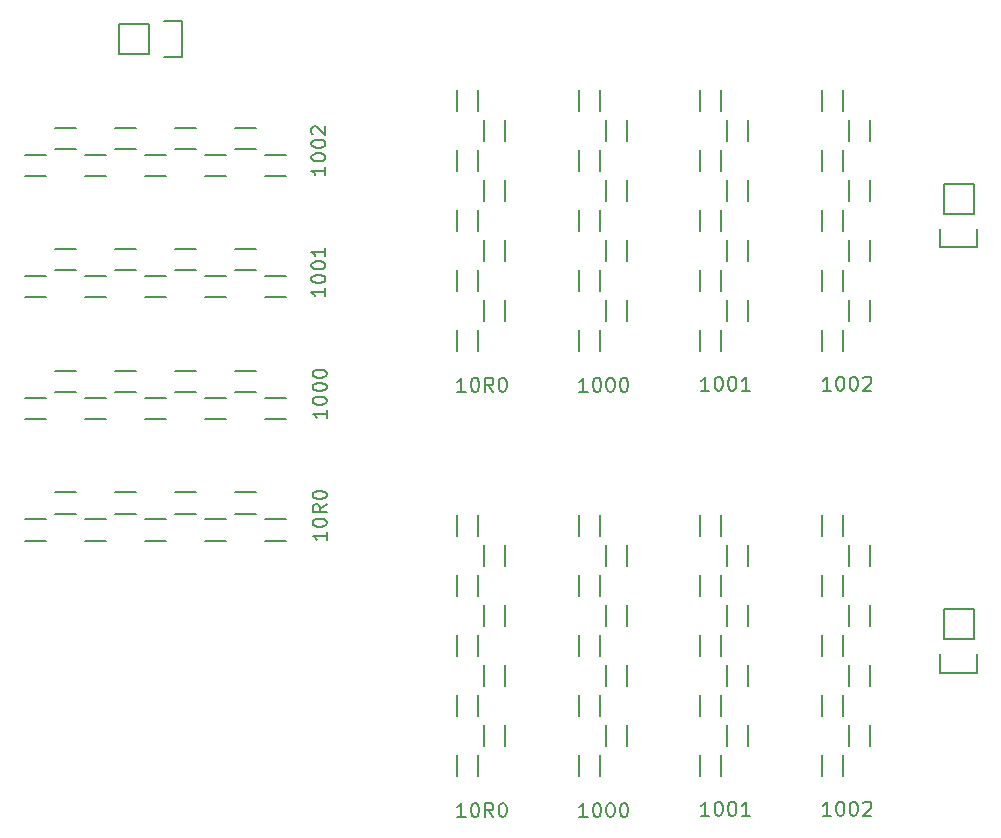
<source format=gto>
%MOIN*%
%OFA0B0*%
%FSLAX46Y46*%
%IPPOS*%
%LPD*%
%ADD10C,0.005905511811023622*%
%ADD11R,0.062992125984251982X0.03937007874015748*%
%ADD12O,0.07874015748031496X0.07874015748031496*%
%ADD13R,0.07874015748031496X0.07874015748031496*%
%ADD14R,0.08X0.08*%
%ADD15O,0.08X0.08*%
%ADD26C,0.005905511811023622*%
%ADD27R,0.062992125984251982X0.03937007874015748*%
%ADD28O,0.07874015748031496X0.07874015748031496*%
%ADD29R,0.07874015748031496X0.07874015748031496*%
%ADD30R,0.08X0.08*%
%ADD31O,0.08X0.08*%
%ADD42C,0.005905511811023622*%
%ADD43R,0.03937007874015748X0.062992125984251982*%
%ADD44O,0.07874015748031496X0.07874015748031496*%
%ADD45R,0.07874015748031496X0.07874015748031496*%
%ADD46R,0.08X0.08*%
%ADD47O,0.08X0.08*%
%LPD*%
G01G01*
D10*
X0003459786Y0001295556D02*
X0003432789Y0001295556D01*
X0003446287Y0001295556D02*
X0003446287Y0001342800D01*
X0003441788Y0001336051D01*
X0003437289Y0001331552D01*
X0003432789Y0001329302D01*
X0003489032Y0001342800D02*
X0003493532Y0001342800D01*
X0003498031Y0001340551D01*
X0003500281Y0001338301D01*
X0003502530Y0001333802D01*
X0003504780Y0001324803D01*
X0003504780Y0001313554D01*
X0003502530Y0001304555D01*
X0003500281Y0001300056D01*
X0003498031Y0001297806D01*
X0003493532Y0001295556D01*
X0003489032Y0001295556D01*
X0003484533Y0001297806D01*
X0003482283Y0001300056D01*
X0003480033Y0001304555D01*
X0003477784Y0001313554D01*
X0003477784Y0001324803D01*
X0003480033Y0001333802D01*
X0003482283Y0001338301D01*
X0003484533Y0001340551D01*
X0003489032Y0001342800D01*
X0003534026Y0001342800D02*
X0003538526Y0001342800D01*
X0003543025Y0001340551D01*
X0003545275Y0001338301D01*
X0003547525Y0001333802D01*
X0003549775Y0001324803D01*
X0003549775Y0001313554D01*
X0003547525Y0001304555D01*
X0003545275Y0001300056D01*
X0003543025Y0001297806D01*
X0003538526Y0001295556D01*
X0003534026Y0001295556D01*
X0003529527Y0001297806D01*
X0003527277Y0001300056D01*
X0003525028Y0001304555D01*
X0003522778Y0001313554D01*
X0003522778Y0001324803D01*
X0003525028Y0001333802D01*
X0003527277Y0001338301D01*
X0003529527Y0001340551D01*
X0003534026Y0001342800D01*
X0003567772Y0001338301D02*
X0003570022Y0001340551D01*
X0003574521Y0001342800D01*
X0003585770Y0001342800D01*
X0003590269Y0001340551D01*
X0003592519Y0001338301D01*
X0003594769Y0001333802D01*
X0003594769Y0001329302D01*
X0003592519Y0001322553D01*
X0003565523Y0001295556D01*
X0003594769Y0001295556D01*
X0003054274Y0001295556D02*
X0003027277Y0001295556D01*
X0003040776Y0001295556D02*
X0003040776Y0001342800D01*
X0003036276Y0001336051D01*
X0003031777Y0001331552D01*
X0003027277Y0001329302D01*
X0003083520Y0001342800D02*
X0003088020Y0001342800D01*
X0003092519Y0001340551D01*
X0003094769Y0001338301D01*
X0003097019Y0001333802D01*
X0003099268Y0001324803D01*
X0003099268Y0001313554D01*
X0003097019Y0001304555D01*
X0003094769Y0001300056D01*
X0003092519Y0001297806D01*
X0003088020Y0001295556D01*
X0003083520Y0001295556D01*
X0003079021Y0001297806D01*
X0003076771Y0001300056D01*
X0003074521Y0001304555D01*
X0003072272Y0001313554D01*
X0003072272Y0001324803D01*
X0003074521Y0001333802D01*
X0003076771Y0001338301D01*
X0003079021Y0001340551D01*
X0003083520Y0001342800D01*
X0003128515Y0001342800D02*
X0003133014Y0001342800D01*
X0003137514Y0001340551D01*
X0003139763Y0001338301D01*
X0003142013Y0001333802D01*
X0003144263Y0001324803D01*
X0003144263Y0001313554D01*
X0003142013Y0001304555D01*
X0003139763Y0001300056D01*
X0003137514Y0001297806D01*
X0003133014Y0001295556D01*
X0003128515Y0001295556D01*
X0003124015Y0001297806D01*
X0003121766Y0001300056D01*
X0003119516Y0001304555D01*
X0003117266Y0001313554D01*
X0003117266Y0001324803D01*
X0003119516Y0001333802D01*
X0003121766Y0001338301D01*
X0003124015Y0001340551D01*
X0003128515Y0001342800D01*
X0003189257Y0001295556D02*
X0003162260Y0001295556D01*
X0003175759Y0001295556D02*
X0003175759Y0001342800D01*
X0003171259Y0001336051D01*
X0003166760Y0001331552D01*
X0003162260Y0001329302D01*
X0002648762Y0001291619D02*
X0002621765Y0001291619D01*
X0002635264Y0001291619D02*
X0002635264Y0001338863D01*
X0002630764Y0001332114D01*
X0002626265Y0001327615D01*
X0002621765Y0001325365D01*
X0002678008Y0001338863D02*
X0002682508Y0001338863D01*
X0002687007Y0001336614D01*
X0002689257Y0001334364D01*
X0002691507Y0001329865D01*
X0002693756Y0001320866D01*
X0002693756Y0001309617D01*
X0002691507Y0001300618D01*
X0002689257Y0001296119D01*
X0002687007Y0001293869D01*
X0002682508Y0001291619D01*
X0002678008Y0001291619D01*
X0002673509Y0001293869D01*
X0002671259Y0001296119D01*
X0002669010Y0001300618D01*
X0002666760Y0001309617D01*
X0002666760Y0001320866D01*
X0002669010Y0001329865D01*
X0002671259Y0001334364D01*
X0002673509Y0001336614D01*
X0002678008Y0001338863D01*
X0002723003Y0001338863D02*
X0002727502Y0001338863D01*
X0002732002Y0001336614D01*
X0002734251Y0001334364D01*
X0002736501Y0001329865D01*
X0002738751Y0001320866D01*
X0002738751Y0001309617D01*
X0002736501Y0001300618D01*
X0002734251Y0001296119D01*
X0002732002Y0001293869D01*
X0002727502Y0001291619D01*
X0002723003Y0001291619D01*
X0002718503Y0001293869D01*
X0002716254Y0001296119D01*
X0002714004Y0001300618D01*
X0002711754Y0001309617D01*
X0002711754Y0001320866D01*
X0002714004Y0001329865D01*
X0002716254Y0001334364D01*
X0002718503Y0001336614D01*
X0002723003Y0001338863D01*
X0002767997Y0001338863D02*
X0002772497Y0001338863D01*
X0002776996Y0001336614D01*
X0002779246Y0001334364D01*
X0002781496Y0001329865D01*
X0002783745Y0001320866D01*
X0002783745Y0001309617D01*
X0002781496Y0001300618D01*
X0002779246Y0001296119D01*
X0002776996Y0001293869D01*
X0002772497Y0001291619D01*
X0002767997Y0001291619D01*
X0002763498Y0001293869D01*
X0002761248Y0001296119D01*
X0002758998Y0001300618D01*
X0002756749Y0001309617D01*
X0002756749Y0001320866D01*
X0002758998Y0001329865D01*
X0002761248Y0001334364D01*
X0002763498Y0001336614D01*
X0002767997Y0001338863D01*
X0002242125Y0001291619D02*
X0002215129Y0001291619D01*
X0002228627Y0001291619D02*
X0002228627Y0001338863D01*
X0002224128Y0001332114D01*
X0002219628Y0001327615D01*
X0002215129Y0001325365D01*
X0002271372Y0001338863D02*
X0002275871Y0001338863D01*
X0002280371Y0001336614D01*
X0002282620Y0001334364D01*
X0002284870Y0001329865D01*
X0002287120Y0001320866D01*
X0002287120Y0001309617D01*
X0002284870Y0001300618D01*
X0002282620Y0001296119D01*
X0002280371Y0001293869D01*
X0002275871Y0001291619D01*
X0002271372Y0001291619D01*
X0002266872Y0001293869D01*
X0002264623Y0001296119D01*
X0002262373Y0001300618D01*
X0002260123Y0001309617D01*
X0002260123Y0001320866D01*
X0002262373Y0001329865D01*
X0002264623Y0001334364D01*
X0002266872Y0001336614D01*
X0002271372Y0001338863D01*
X0002334364Y0001291619D02*
X0002318616Y0001314117D01*
X0002307367Y0001291619D02*
X0002307367Y0001338863D01*
X0002325365Y0001338863D01*
X0002329865Y0001336614D01*
X0002332114Y0001334364D01*
X0002334364Y0001329865D01*
X0002334364Y0001323115D01*
X0002332114Y0001318616D01*
X0002329865Y0001316366D01*
X0002325365Y0001314117D01*
X0002307367Y0001314117D01*
X0002363610Y0001338863D02*
X0002368110Y0001338863D01*
X0002372609Y0001336614D01*
X0002374859Y0001334364D01*
X0002377109Y0001329865D01*
X0002379358Y0001320866D01*
X0002379358Y0001309617D01*
X0002377109Y0001300618D01*
X0002374859Y0001296119D01*
X0002372609Y0001293869D01*
X0002368110Y0001291619D01*
X0002363610Y0001291619D01*
X0002359111Y0001293869D01*
X0002356861Y0001296119D01*
X0002354611Y0001300618D01*
X0002352362Y0001309617D01*
X0002352362Y0001320866D01*
X0002354611Y0001329865D01*
X0002356861Y0001334364D01*
X0002359111Y0001336614D01*
X0002363610Y0001338863D01*
X0002618737Y0002027217D02*
X0002618737Y0002098083D01*
X0002689604Y0002027217D02*
X0002689604Y0002098083D01*
X0002284289Y0001427217D02*
X0002284289Y0001498083D01*
X0002213422Y0001427217D02*
X0002213422Y0001498083D01*
X0003519367Y0001727217D02*
X0003519367Y0001798083D01*
X0003590234Y0001727217D02*
X0003590234Y0001798083D01*
X0003500234Y0001627217D02*
X0003500234Y0001698083D01*
X0003429367Y0001627217D02*
X0003429367Y0001698083D01*
X0003590234Y0001527217D02*
X0003590234Y0001598083D01*
X0003519367Y0001527217D02*
X0003519367Y0001598083D01*
X0003429367Y0001427217D02*
X0003429367Y0001498083D01*
X0003500234Y0001427217D02*
X0003500234Y0001498083D01*
X0003519367Y0002127217D02*
X0003519367Y0002198083D01*
X0003590234Y0002127217D02*
X0003590234Y0002198083D01*
X0003500234Y0002027217D02*
X0003500234Y0002098083D01*
X0003429367Y0002027217D02*
X0003429367Y0002098083D01*
X0003590234Y0001927217D02*
X0003590234Y0001998083D01*
X0003519367Y0001927217D02*
X0003519367Y0001998083D01*
X0003429367Y0001827217D02*
X0003429367Y0001898083D01*
X0003500234Y0001827217D02*
X0003500234Y0001898083D01*
X0003429367Y0002227217D02*
X0003429367Y0002298083D01*
X0003500234Y0002227217D02*
X0003500234Y0002298083D01*
X0003184919Y0001727217D02*
X0003184919Y0001798083D01*
X0003114052Y0001727217D02*
X0003114052Y0001798083D01*
X0003024052Y0001627217D02*
X0003024052Y0001698083D01*
X0003094919Y0001627217D02*
X0003094919Y0001698083D01*
X0003114052Y0001527217D02*
X0003114052Y0001598083D01*
X0003184919Y0001527217D02*
X0003184919Y0001598083D01*
X0003094919Y0001427217D02*
X0003094919Y0001498083D01*
X0003024052Y0001427217D02*
X0003024052Y0001498083D01*
X0003184919Y0002127217D02*
X0003184919Y0002198083D01*
X0003114052Y0002127217D02*
X0003114052Y0002198083D01*
X0003024052Y0002027217D02*
X0003024052Y0002098083D01*
X0003094919Y0002027217D02*
X0003094919Y0002098083D01*
X0003114052Y0001927217D02*
X0003114052Y0001998083D01*
X0003184919Y0001927217D02*
X0003184919Y0001998083D01*
X0003094919Y0001827217D02*
X0003094919Y0001898083D01*
X0003024052Y0001827217D02*
X0003024052Y0001898083D01*
X0003094919Y0002227217D02*
X0003094919Y0002298083D01*
X0003024052Y0002227217D02*
X0003024052Y0002298083D01*
X0002779604Y0001727217D02*
X0002779604Y0001798083D01*
X0002708737Y0001727217D02*
X0002708737Y0001798083D01*
X0002618737Y0001627217D02*
X0002618737Y0001698083D01*
X0002689604Y0001627217D02*
X0002689604Y0001698083D01*
X0002708737Y0001527217D02*
X0002708737Y0001598083D01*
X0002779604Y0001527217D02*
X0002779604Y0001598083D01*
X0002689604Y0001427217D02*
X0002689604Y0001498083D01*
X0002618737Y0001427217D02*
X0002618737Y0001498083D01*
X0002779604Y0002127217D02*
X0002779604Y0002198083D01*
X0002708737Y0002127217D02*
X0002708737Y0002198083D01*
X0002708737Y0001927217D02*
X0002708737Y0001998083D01*
X0002779604Y0001927217D02*
X0002779604Y0001998083D01*
X0002689604Y0001827217D02*
X0002689604Y0001898083D01*
X0002618737Y0001827217D02*
X0002618737Y0001898083D01*
X0002689604Y0002227217D02*
X0002689604Y0002298083D01*
X0002618737Y0002227217D02*
X0002618737Y0002298083D01*
X0002374289Y0002127217D02*
X0002374289Y0002198083D01*
X0002303422Y0002127217D02*
X0002303422Y0002198083D01*
X0002303422Y0001927217D02*
X0002303422Y0001998083D01*
X0002374289Y0001927217D02*
X0002374289Y0001998083D01*
X0002374289Y0001727217D02*
X0002374289Y0001798083D01*
X0002303422Y0001727217D02*
X0002303422Y0001798083D01*
X0002303422Y0001527217D02*
X0002303422Y0001598083D01*
X0002374289Y0001527217D02*
X0002374289Y0001598083D01*
X0002284289Y0002227217D02*
X0002284289Y0002298083D01*
X0002213422Y0002227217D02*
X0002213422Y0002298083D01*
X0002213422Y0002027217D02*
X0002213422Y0002098083D01*
X0002284289Y0002027217D02*
X0002284289Y0002098083D01*
X0002284289Y0001827217D02*
X0002284289Y0001898083D01*
X0002213422Y0001827217D02*
X0002213422Y0001898083D01*
X0002213422Y0001627217D02*
X0002213422Y0001698083D01*
X0002284289Y0001627217D02*
X0002284289Y0001698083D01*
X0003935433Y0001984645D02*
X0003835433Y0001984645D01*
X0003935433Y0001884645D02*
X0003935433Y0001984645D01*
X0003946456Y0001773622D02*
X0003824409Y0001773622D01*
X0003946456Y0001834645D02*
X0003946456Y0001773622D01*
X0003835433Y0001884645D02*
X0003935433Y0001884645D01*
X0003824409Y0001773622D02*
X0003824409Y0001834645D01*
X0003835433Y0001884645D02*
X0003835433Y0001984645D01*
%LPC*%
D11*
X0002654171Y0002129579D03*
X0002654171Y0001995721D03*
X0002248856Y0001395721D03*
X0002248856Y0001529579D03*
D12*
X0003268856Y0001411705D03*
X0003368856Y0001411705D03*
X0003268856Y0001511705D03*
X0003368856Y0001511705D03*
X0003268856Y0001611705D03*
X0003368856Y0001611705D03*
X0003268856Y0001711705D03*
X0003368856Y0001711705D03*
X0003268856Y0001811705D03*
X0003368856Y0001811705D03*
X0003268856Y0001911705D03*
X0003368856Y0001911705D03*
X0003268856Y0002011705D03*
X0003368856Y0002011705D03*
X0003268856Y0002111705D03*
X0003368856Y0002111705D03*
X0003268856Y0002211705D03*
X0003368856Y0002211705D03*
X0003268856Y0002311705D03*
D13*
X0003368856Y0002311705D03*
D11*
X0003554800Y0001829579D03*
X0003554800Y0001695721D03*
X0003464800Y0001595721D03*
X0003464800Y0001729579D03*
X0003554800Y0001495721D03*
X0003554800Y0001629579D03*
X0003464800Y0001529579D03*
X0003464800Y0001395721D03*
X0003554800Y0002229579D03*
X0003554800Y0002095721D03*
X0003464800Y0001995721D03*
X0003464800Y0002129579D03*
X0003554800Y0001895721D03*
X0003554800Y0002029579D03*
X0003464800Y0001929579D03*
X0003464800Y0001795721D03*
X0003464800Y0002329579D03*
X0003464800Y0002195721D03*
D13*
X0002963541Y0002311705D03*
D12*
X0002863541Y0002311705D03*
X0002963541Y0002211705D03*
X0002863541Y0002211705D03*
X0002963541Y0002111705D03*
X0002863541Y0002111705D03*
X0002963541Y0002011705D03*
X0002863541Y0002011705D03*
X0002963541Y0001911705D03*
X0002863541Y0001911705D03*
X0002963541Y0001811705D03*
X0002863541Y0001811705D03*
X0002963541Y0001711705D03*
X0002863541Y0001711705D03*
X0002963541Y0001611705D03*
X0002863541Y0001611705D03*
X0002963541Y0001511705D03*
X0002863541Y0001511705D03*
X0002963541Y0001411705D03*
X0002863541Y0001411705D03*
D11*
X0003149485Y0001695721D03*
X0003149485Y0001829579D03*
X0003059485Y0001729579D03*
X0003059485Y0001595721D03*
X0003149485Y0001629579D03*
X0003149485Y0001495721D03*
X0003059485Y0001395721D03*
X0003059485Y0001529579D03*
X0003149485Y0002095721D03*
X0003149485Y0002229579D03*
X0003059485Y0002129579D03*
X0003059485Y0001995721D03*
X0003149485Y0002029579D03*
X0003149485Y0001895721D03*
X0003059485Y0001795721D03*
X0003059485Y0001929579D03*
X0003059485Y0002195721D03*
X0003059485Y0002329579D03*
D13*
X0002558226Y0002311705D03*
D12*
X0002458226Y0002311705D03*
X0002558226Y0002211705D03*
X0002458226Y0002211705D03*
X0002558226Y0002111705D03*
X0002458226Y0002111705D03*
X0002558226Y0002011705D03*
X0002458226Y0002011705D03*
X0002558226Y0001911705D03*
X0002458226Y0001911705D03*
X0002558226Y0001811705D03*
X0002458226Y0001811705D03*
X0002558226Y0001711705D03*
X0002458226Y0001711705D03*
X0002558226Y0001611705D03*
X0002458226Y0001611705D03*
X0002558226Y0001511705D03*
X0002458226Y0001511705D03*
X0002558226Y0001411705D03*
X0002458226Y0001411705D03*
D11*
X0002744171Y0001695721D03*
X0002744171Y0001829579D03*
X0002654171Y0001729579D03*
X0002654171Y0001595721D03*
X0002744171Y0001629579D03*
X0002744171Y0001495721D03*
X0002654171Y0001395721D03*
X0002654171Y0001529579D03*
X0002744171Y0002095721D03*
X0002744171Y0002229579D03*
X0002744171Y0002029579D03*
X0002744171Y0001895721D03*
X0002654171Y0001795721D03*
X0002654171Y0001929579D03*
X0002654171Y0002195721D03*
X0002654171Y0002329579D03*
X0002338856Y0002095721D03*
X0002338856Y0002229579D03*
X0002338856Y0002029579D03*
X0002338856Y0001895721D03*
X0002338856Y0001695721D03*
X0002338856Y0001829579D03*
X0002338856Y0001629579D03*
X0002338856Y0001495721D03*
X0002248856Y0002195721D03*
X0002248856Y0002329579D03*
X0002248856Y0002129579D03*
X0002248856Y0001995721D03*
X0002248856Y0001795721D03*
X0002248856Y0001929579D03*
X0002248856Y0001729579D03*
X0002248856Y0001595721D03*
D13*
X0002152911Y0002311705D03*
D12*
X0002052911Y0002311705D03*
X0002152911Y0002211705D03*
X0002052911Y0002211705D03*
X0002152911Y0002111705D03*
X0002052911Y0002111705D03*
X0002152911Y0002011705D03*
X0002052911Y0002011705D03*
X0002152911Y0001911705D03*
X0002052911Y0001911705D03*
X0002152911Y0001811705D03*
X0002052911Y0001811705D03*
X0002152911Y0001711705D03*
X0002052911Y0001711705D03*
X0002152911Y0001611705D03*
X0002052911Y0001611705D03*
X0002152911Y0001511705D03*
X0002052911Y0001511705D03*
X0002152911Y0001411705D03*
X0002052911Y0001411705D03*
D14*
X0003641732Y0001835039D03*
D15*
X0003641732Y0001935039D03*
X0003770866Y0001934645D03*
D14*
X0003770866Y0001834645D03*
X0003885433Y0001834645D03*
D15*
X0003885433Y0001934645D03*
G04 next file*
%LPD*%
G01G01G01G01*
D26*
X0003459786Y0002712879D02*
X0003432789Y0002712879D01*
X0003446286Y0002712879D02*
X0003446286Y0002760123D01*
X0003441787Y0002753374D01*
X0003437289Y0002748875D01*
X0003432789Y0002746625D01*
X0003489032Y0002760123D02*
X0003493532Y0002760123D01*
X0003498031Y0002757874D01*
X0003500281Y0002755624D01*
X0003502530Y0002751124D01*
X0003504779Y0002742126D01*
X0003504779Y0002730877D01*
X0003502530Y0002721878D01*
X0003500281Y0002717379D01*
X0003498031Y0002715129D01*
X0003493532Y0002712879D01*
X0003489032Y0002712879D01*
X0003484532Y0002715129D01*
X0003482283Y0002717379D01*
X0003480033Y0002721878D01*
X0003477784Y0002730877D01*
X0003477784Y0002742126D01*
X0003480033Y0002751124D01*
X0003482283Y0002755624D01*
X0003484532Y0002757874D01*
X0003489032Y0002760123D01*
X0003534026Y0002760123D02*
X0003538526Y0002760123D01*
X0003543025Y0002757874D01*
X0003545274Y0002755624D01*
X0003547525Y0002751124D01*
X0003549775Y0002742126D01*
X0003549775Y0002730877D01*
X0003547525Y0002721878D01*
X0003545274Y0002717379D01*
X0003543025Y0002715129D01*
X0003538526Y0002712879D01*
X0003534026Y0002712879D01*
X0003529527Y0002715129D01*
X0003527277Y0002717379D01*
X0003525028Y0002721878D01*
X0003522778Y0002730877D01*
X0003522778Y0002742126D01*
X0003525028Y0002751124D01*
X0003527277Y0002755624D01*
X0003529527Y0002757874D01*
X0003534026Y0002760123D01*
X0003567772Y0002755624D02*
X0003570022Y0002757874D01*
X0003574521Y0002760123D01*
X0003585770Y0002760123D01*
X0003590269Y0002757874D01*
X0003592519Y0002755624D01*
X0003594769Y0002751124D01*
X0003594769Y0002746625D01*
X0003592519Y0002739876D01*
X0003565523Y0002712879D01*
X0003594769Y0002712879D01*
X0003054274Y0002712879D02*
X0003027277Y0002712879D01*
X0003040776Y0002712879D02*
X0003040776Y0002760123D01*
X0003036276Y0002753374D01*
X0003031777Y0002748875D01*
X0003027277Y0002746625D01*
X0003083520Y0002760123D02*
X0003088020Y0002760123D01*
X0003092519Y0002757874D01*
X0003094768Y0002755624D01*
X0003097019Y0002751124D01*
X0003099267Y0002742126D01*
X0003099267Y0002730877D01*
X0003097019Y0002721878D01*
X0003094768Y0002717379D01*
X0003092519Y0002715129D01*
X0003088020Y0002712879D01*
X0003083520Y0002712879D01*
X0003079020Y0002715129D01*
X0003076771Y0002717379D01*
X0003074521Y0002721878D01*
X0003072272Y0002730877D01*
X0003072272Y0002742126D01*
X0003074521Y0002751124D01*
X0003076771Y0002755624D01*
X0003079020Y0002757874D01*
X0003083520Y0002760123D01*
X0003128515Y0002760123D02*
X0003133014Y0002760123D01*
X0003137513Y0002757874D01*
X0003139763Y0002755624D01*
X0003142013Y0002751124D01*
X0003144263Y0002742126D01*
X0003144263Y0002730877D01*
X0003142013Y0002721878D01*
X0003139763Y0002717379D01*
X0003137513Y0002715129D01*
X0003133014Y0002712879D01*
X0003128515Y0002712879D01*
X0003124015Y0002715129D01*
X0003121765Y0002717379D01*
X0003119516Y0002721878D01*
X0003117266Y0002730877D01*
X0003117266Y0002742126D01*
X0003119516Y0002751124D01*
X0003121765Y0002755624D01*
X0003124015Y0002757874D01*
X0003128515Y0002760123D01*
X0003189257Y0002712879D02*
X0003162260Y0002712879D01*
X0003175759Y0002712879D02*
X0003175759Y0002760123D01*
X0003171259Y0002753374D01*
X0003166760Y0002748875D01*
X0003162260Y0002746625D01*
X0002648762Y0002708942D02*
X0002621765Y0002708942D01*
X0002635264Y0002708942D02*
X0002635264Y0002756186D01*
X0002630764Y0002749437D01*
X0002626265Y0002744938D01*
X0002621765Y0002742688D01*
X0002678007Y0002756186D02*
X0002682508Y0002756186D01*
X0002687007Y0002753937D01*
X0002689256Y0002751687D01*
X0002691507Y0002747187D01*
X0002693755Y0002738189D01*
X0002693755Y0002726940D01*
X0002691507Y0002717940D01*
X0002689256Y0002713442D01*
X0002687007Y0002711192D01*
X0002682508Y0002708942D01*
X0002678007Y0002708942D01*
X0002673508Y0002711192D01*
X0002671259Y0002713442D01*
X0002669010Y0002717940D01*
X0002666760Y0002726940D01*
X0002666760Y0002738189D01*
X0002669010Y0002747187D01*
X0002671259Y0002751687D01*
X0002673508Y0002753937D01*
X0002678007Y0002756186D01*
X0002723003Y0002756186D02*
X0002727502Y0002756186D01*
X0002732001Y0002753937D01*
X0002734251Y0002751687D01*
X0002736501Y0002747187D01*
X0002738751Y0002738189D01*
X0002738751Y0002726940D01*
X0002736501Y0002717940D01*
X0002734251Y0002713442D01*
X0002732001Y0002711192D01*
X0002727502Y0002708942D01*
X0002723003Y0002708942D01*
X0002718503Y0002711192D01*
X0002716253Y0002713442D01*
X0002714004Y0002717940D01*
X0002711754Y0002726940D01*
X0002711754Y0002738189D01*
X0002714004Y0002747187D01*
X0002716253Y0002751687D01*
X0002718503Y0002753937D01*
X0002723003Y0002756186D01*
X0002767996Y0002756186D02*
X0002772497Y0002756186D01*
X0002776996Y0002753937D01*
X0002779246Y0002751687D01*
X0002781496Y0002747187D01*
X0002783745Y0002738189D01*
X0002783745Y0002726940D01*
X0002781496Y0002717940D01*
X0002779246Y0002713442D01*
X0002776996Y0002711192D01*
X0002772497Y0002708942D01*
X0002767996Y0002708942D01*
X0002763498Y0002711192D01*
X0002761248Y0002713442D01*
X0002758998Y0002717940D01*
X0002756749Y0002726940D01*
X0002756749Y0002738189D01*
X0002758998Y0002747187D01*
X0002761248Y0002751687D01*
X0002763498Y0002753937D01*
X0002767996Y0002756186D01*
X0002242125Y0002708942D02*
X0002215129Y0002708942D01*
X0002228627Y0002708942D02*
X0002228627Y0002756186D01*
X0002224128Y0002749437D01*
X0002219628Y0002744938D01*
X0002215129Y0002742688D01*
X0002271372Y0002756186D02*
X0002275871Y0002756186D01*
X0002280371Y0002753937D01*
X0002282620Y0002751687D01*
X0002284870Y0002747187D01*
X0002287120Y0002738189D01*
X0002287120Y0002726940D01*
X0002284870Y0002717940D01*
X0002282620Y0002713442D01*
X0002280371Y0002711192D01*
X0002275871Y0002708942D01*
X0002271372Y0002708942D01*
X0002266872Y0002711192D01*
X0002264623Y0002713442D01*
X0002262373Y0002717940D01*
X0002260123Y0002726940D01*
X0002260123Y0002738189D01*
X0002262373Y0002747187D01*
X0002264623Y0002751687D01*
X0002266872Y0002753937D01*
X0002271372Y0002756186D01*
X0002334364Y0002708942D02*
X0002318616Y0002731439D01*
X0002307367Y0002708942D02*
X0002307367Y0002756186D01*
X0002325365Y0002756186D01*
X0002329865Y0002753937D01*
X0002332114Y0002751687D01*
X0002334364Y0002747187D01*
X0002334364Y0002740438D01*
X0002332114Y0002735939D01*
X0002329865Y0002733689D01*
X0002325365Y0002731439D01*
X0002307367Y0002731439D01*
X0002363610Y0002756186D02*
X0002368110Y0002756186D01*
X0002372609Y0002753937D01*
X0002374859Y0002751687D01*
X0002377109Y0002747187D01*
X0002379358Y0002738189D01*
X0002379358Y0002726940D01*
X0002377109Y0002717940D01*
X0002374859Y0002713442D01*
X0002372609Y0002711192D01*
X0002368110Y0002708942D01*
X0002363610Y0002708942D01*
X0002359111Y0002711192D01*
X0002356861Y0002713442D01*
X0002354611Y0002717940D01*
X0002352362Y0002726940D01*
X0002352362Y0002738189D01*
X0002354611Y0002747187D01*
X0002356861Y0002751687D01*
X0002359111Y0002753937D01*
X0002363610Y0002756186D01*
X0002618737Y0003444540D02*
X0002618737Y0003515406D01*
X0002689604Y0003444540D02*
X0002689604Y0003515406D01*
X0002284289Y0002844540D02*
X0002284289Y0002915406D01*
X0002213422Y0002844540D02*
X0002213422Y0002915406D01*
X0003519367Y0003144540D02*
X0003519367Y0003215406D01*
X0003590234Y0003144540D02*
X0003590234Y0003215406D01*
X0003500234Y0003044540D02*
X0003500234Y0003115406D01*
X0003429366Y0003044540D02*
X0003429366Y0003115406D01*
X0003590234Y0002944540D02*
X0003590234Y0003015406D01*
X0003519367Y0002944540D02*
X0003519367Y0003015406D01*
X0003429366Y0002844540D02*
X0003429366Y0002915406D01*
X0003500234Y0002844540D02*
X0003500234Y0002915406D01*
X0003519367Y0003544539D02*
X0003519367Y0003615406D01*
X0003590234Y0003544539D02*
X0003590234Y0003615406D01*
X0003500234Y0003444540D02*
X0003500234Y0003515406D01*
X0003429366Y0003444540D02*
X0003429366Y0003515406D01*
X0003590234Y0003344540D02*
X0003590234Y0003415406D01*
X0003519367Y0003344540D02*
X0003519367Y0003415406D01*
X0003429366Y0003244540D02*
X0003429366Y0003315406D01*
X0003500234Y0003244540D02*
X0003500234Y0003315406D01*
X0003429366Y0003644540D02*
X0003429366Y0003715405D01*
X0003500234Y0003644540D02*
X0003500234Y0003715405D01*
X0003184919Y0003144540D02*
X0003184919Y0003215406D01*
X0003114052Y0003144540D02*
X0003114052Y0003215406D01*
X0003024052Y0003044540D02*
X0003024052Y0003115406D01*
X0003094919Y0003044540D02*
X0003094919Y0003115406D01*
X0003114052Y0002944540D02*
X0003114052Y0003015406D01*
X0003184919Y0002944540D02*
X0003184919Y0003015406D01*
X0003094919Y0002844540D02*
X0003094919Y0002915406D01*
X0003024052Y0002844540D02*
X0003024052Y0002915406D01*
X0003184919Y0003544539D02*
X0003184919Y0003615406D01*
X0003114052Y0003544539D02*
X0003114052Y0003615406D01*
X0003024052Y0003444540D02*
X0003024052Y0003515406D01*
X0003094919Y0003444540D02*
X0003094919Y0003515406D01*
X0003114052Y0003344540D02*
X0003114052Y0003415406D01*
X0003184919Y0003344540D02*
X0003184919Y0003415406D01*
X0003094919Y0003244540D02*
X0003094919Y0003315406D01*
X0003024052Y0003244540D02*
X0003024052Y0003315406D01*
X0003094919Y0003644540D02*
X0003094919Y0003715405D01*
X0003024052Y0003644540D02*
X0003024052Y0003715405D01*
X0002779603Y0003144540D02*
X0002779603Y0003215406D01*
X0002708737Y0003144540D02*
X0002708737Y0003215406D01*
X0002618737Y0003044540D02*
X0002618737Y0003115406D01*
X0002689604Y0003044540D02*
X0002689604Y0003115406D01*
X0002708737Y0002944540D02*
X0002708737Y0003015406D01*
X0002779603Y0002944540D02*
X0002779603Y0003015406D01*
X0002689604Y0002844540D02*
X0002689604Y0002915406D01*
X0002618737Y0002844540D02*
X0002618737Y0002915406D01*
X0002779603Y0003544539D02*
X0002779603Y0003615406D01*
X0002708737Y0003544539D02*
X0002708737Y0003615406D01*
X0002708737Y0003344540D02*
X0002708737Y0003415406D01*
X0002779603Y0003344540D02*
X0002779603Y0003415406D01*
X0002689604Y0003244540D02*
X0002689604Y0003315406D01*
X0002618737Y0003244540D02*
X0002618737Y0003315406D01*
X0002689604Y0003644540D02*
X0002689604Y0003715405D01*
X0002618737Y0003644540D02*
X0002618737Y0003715405D01*
X0002374289Y0003544539D02*
X0002374289Y0003615406D01*
X0002303422Y0003544539D02*
X0002303422Y0003615406D01*
X0002303422Y0003344540D02*
X0002303422Y0003415406D01*
X0002374289Y0003344540D02*
X0002374289Y0003415406D01*
X0002374289Y0003144540D02*
X0002374289Y0003215406D01*
X0002303422Y0003144540D02*
X0002303422Y0003215406D01*
X0002303422Y0002944540D02*
X0002303422Y0003015406D01*
X0002374289Y0002944540D02*
X0002374289Y0003015406D01*
X0002284289Y0003644540D02*
X0002284289Y0003715405D01*
X0002213422Y0003644540D02*
X0002213422Y0003715405D01*
X0002213422Y0003444540D02*
X0002213422Y0003515406D01*
X0002284289Y0003444540D02*
X0002284289Y0003515406D01*
X0002284289Y0003244540D02*
X0002284289Y0003315406D01*
X0002213422Y0003244540D02*
X0002213422Y0003315406D01*
X0002213422Y0003044540D02*
X0002213422Y0003115406D01*
X0002284289Y0003044540D02*
X0002284289Y0003115406D01*
X0003935433Y0003401968D02*
X0003835433Y0003401968D01*
X0003935433Y0003301968D02*
X0003935433Y0003401968D01*
X0003946456Y0003190944D02*
X0003824409Y0003190944D01*
X0003946456Y0003251968D02*
X0003946456Y0003190944D01*
X0003835433Y0003301968D02*
X0003935433Y0003301968D01*
X0003824409Y0003190944D02*
X0003824409Y0003251968D01*
X0003835433Y0003301968D02*
X0003835433Y0003401968D01*
%LPC*%
D27*
X0002654171Y0003546902D03*
X0002654171Y0003413044D03*
X0002248856Y0002813044D03*
X0002248856Y0002946901D03*
D28*
X0003268856Y0002829028D03*
X0003368856Y0002829028D03*
X0003268856Y0002929028D03*
X0003368856Y0002929028D03*
X0003268856Y0003029028D03*
X0003368856Y0003029028D03*
X0003268856Y0003129028D03*
X0003368856Y0003129028D03*
X0003268856Y0003229028D03*
X0003368856Y0003229028D03*
X0003268856Y0003329028D03*
X0003368856Y0003329028D03*
X0003268856Y0003429027D03*
X0003368856Y0003429027D03*
X0003268856Y0003529027D03*
X0003368856Y0003529027D03*
X0003268856Y0003629028D03*
X0003368856Y0003629028D03*
X0003268856Y0003729028D03*
D29*
X0003368856Y0003729028D03*
D27*
X0003554800Y0003246902D03*
X0003554800Y0003113044D03*
X0003464800Y0003013044D03*
X0003464800Y0003146902D03*
X0003554800Y0002913044D03*
X0003554800Y0003046902D03*
X0003464800Y0002946901D03*
X0003464800Y0002813044D03*
X0003554800Y0003646902D03*
X0003554800Y0003513044D03*
X0003464800Y0003413044D03*
X0003464800Y0003546902D03*
X0003554800Y0003313044D03*
X0003554800Y0003446902D03*
X0003464800Y0003346901D03*
X0003464800Y0003213044D03*
X0003464800Y0003746902D03*
X0003464800Y0003613044D03*
D29*
X0002963541Y0003729028D03*
D28*
X0002863540Y0003729028D03*
X0002963541Y0003629028D03*
X0002863540Y0003629028D03*
X0002963541Y0003529027D03*
X0002863540Y0003529027D03*
X0002963541Y0003429027D03*
X0002863540Y0003429027D03*
X0002963541Y0003329028D03*
X0002863540Y0003329028D03*
X0002963541Y0003229028D03*
X0002863540Y0003229028D03*
X0002963541Y0003129028D03*
X0002863540Y0003129028D03*
X0002963541Y0003029028D03*
X0002863540Y0003029028D03*
X0002963541Y0002929028D03*
X0002863540Y0002929028D03*
X0002963541Y0002829028D03*
X0002863540Y0002829028D03*
D27*
X0003149485Y0003113044D03*
X0003149485Y0003246902D03*
X0003059484Y0003146902D03*
X0003059484Y0003013044D03*
X0003149485Y0003046902D03*
X0003149485Y0002913044D03*
X0003059484Y0002813044D03*
X0003059484Y0002946901D03*
X0003149485Y0003513044D03*
X0003149485Y0003646902D03*
X0003059484Y0003546902D03*
X0003059484Y0003413044D03*
X0003149485Y0003446902D03*
X0003149485Y0003313044D03*
X0003059484Y0003213044D03*
X0003059484Y0003346901D03*
X0003059484Y0003613044D03*
X0003059484Y0003746902D03*
D29*
X0002558226Y0003729028D03*
D28*
X0002458226Y0003729028D03*
X0002558226Y0003629028D03*
X0002458226Y0003629028D03*
X0002558226Y0003529027D03*
X0002458226Y0003529027D03*
X0002558226Y0003429027D03*
X0002458226Y0003429027D03*
X0002558226Y0003329028D03*
X0002458226Y0003329028D03*
X0002558226Y0003229028D03*
X0002458226Y0003229028D03*
X0002558226Y0003129028D03*
X0002458226Y0003129028D03*
X0002558226Y0003029028D03*
X0002458226Y0003029028D03*
X0002558226Y0002929028D03*
X0002458226Y0002929028D03*
X0002558226Y0002829028D03*
X0002458226Y0002829028D03*
D27*
X0002744171Y0003113044D03*
X0002744171Y0003246902D03*
X0002654171Y0003146902D03*
X0002654171Y0003013044D03*
X0002744171Y0003046902D03*
X0002744171Y0002913044D03*
X0002654171Y0002813044D03*
X0002654171Y0002946901D03*
X0002744171Y0003513044D03*
X0002744171Y0003646902D03*
X0002744171Y0003446902D03*
X0002744171Y0003313044D03*
X0002654171Y0003213044D03*
X0002654171Y0003346901D03*
X0002654171Y0003613044D03*
X0002654171Y0003746902D03*
X0002338856Y0003513044D03*
X0002338856Y0003646902D03*
X0002338856Y0003446902D03*
X0002338856Y0003313044D03*
X0002338856Y0003113044D03*
X0002338856Y0003246902D03*
X0002338856Y0003046902D03*
X0002338856Y0002913044D03*
X0002248856Y0003613044D03*
X0002248856Y0003746902D03*
X0002248856Y0003546902D03*
X0002248856Y0003413044D03*
X0002248856Y0003213044D03*
X0002248856Y0003346901D03*
X0002248856Y0003146902D03*
X0002248856Y0003013044D03*
D29*
X0002152911Y0003729028D03*
D28*
X0002052911Y0003729028D03*
X0002152911Y0003629028D03*
X0002052911Y0003629028D03*
X0002152911Y0003529027D03*
X0002052911Y0003529027D03*
X0002152911Y0003429027D03*
X0002052911Y0003429027D03*
X0002152911Y0003329028D03*
X0002052911Y0003329028D03*
X0002152911Y0003229028D03*
X0002052911Y0003229028D03*
X0002152911Y0003129028D03*
X0002052911Y0003129028D03*
X0002152911Y0003029028D03*
X0002052911Y0003029028D03*
X0002152911Y0002929028D03*
X0002052911Y0002929028D03*
X0002152911Y0002829028D03*
X0002052911Y0002829028D03*
D30*
X0003641732Y0003252362D03*
D31*
X0003641732Y0003352362D03*
X0003770866Y0003351968D03*
D30*
X0003770866Y0003251968D03*
X0003885433Y0003251968D03*
D31*
X0003885433Y0003351968D03*
G04 next file*
G04 #@! TF.FileFunction,Legend,Top*
G04 Gerber Fmt 4.6, Leading zero omitted, Abs format (unit mm)*
G04 Created by KiCad (PCBNEW (2016-10-28 revision 192d4b8)-makepkg) date 11/16/16 20:27:21*
%LPD*%
G01G01G01G01*
G04 APERTURE LIST*
G04 APERTURE END LIST*
D42*
X0001775309Y0003459786D02*
X0001775309Y0003432789D01*
X0001775309Y0003446286D02*
X0001728064Y0003446286D01*
X0001734814Y0003441787D01*
X0001739313Y0003437289D01*
X0001741563Y0003432789D01*
X0001728064Y0003489032D02*
X0001728064Y0003493532D01*
X0001730314Y0003498031D01*
X0001732564Y0003500281D01*
X0001737064Y0003502530D01*
X0001746062Y0003504779D01*
X0001757311Y0003504779D01*
X0001766310Y0003502530D01*
X0001770808Y0003500281D01*
X0001773059Y0003498031D01*
X0001775309Y0003493532D01*
X0001775309Y0003489032D01*
X0001773059Y0003484532D01*
X0001770808Y0003482283D01*
X0001766310Y0003480033D01*
X0001757311Y0003477784D01*
X0001746062Y0003477784D01*
X0001737064Y0003480033D01*
X0001732564Y0003482283D01*
X0001730314Y0003484532D01*
X0001728064Y0003489032D01*
X0001728064Y0003534026D02*
X0001728064Y0003538526D01*
X0001730314Y0003543025D01*
X0001732564Y0003545274D01*
X0001737064Y0003547525D01*
X0001746062Y0003549775D01*
X0001757311Y0003549775D01*
X0001766310Y0003547525D01*
X0001770808Y0003545274D01*
X0001773059Y0003543025D01*
X0001775309Y0003538526D01*
X0001775309Y0003534026D01*
X0001773059Y0003529527D01*
X0001770808Y0003527277D01*
X0001766310Y0003525028D01*
X0001757311Y0003522778D01*
X0001746062Y0003522778D01*
X0001737064Y0003525028D01*
X0001732564Y0003527277D01*
X0001730314Y0003529527D01*
X0001728064Y0003534026D01*
X0001732564Y0003567772D02*
X0001730314Y0003570022D01*
X0001728064Y0003574521D01*
X0001728064Y0003585770D01*
X0001730314Y0003590269D01*
X0001732564Y0003592519D01*
X0001737064Y0003594769D01*
X0001741563Y0003594769D01*
X0001748312Y0003592519D01*
X0001775309Y0003565523D01*
X0001775309Y0003594769D01*
X0001775309Y0003054274D02*
X0001775309Y0003027277D01*
X0001775309Y0003040776D02*
X0001728064Y0003040776D01*
X0001734814Y0003036276D01*
X0001739313Y0003031777D01*
X0001741563Y0003027277D01*
X0001728064Y0003083520D02*
X0001728064Y0003088020D01*
X0001730314Y0003092519D01*
X0001732564Y0003094768D01*
X0001737064Y0003097019D01*
X0001746062Y0003099267D01*
X0001757311Y0003099267D01*
X0001766310Y0003097019D01*
X0001770808Y0003094768D01*
X0001773059Y0003092519D01*
X0001775309Y0003088020D01*
X0001775309Y0003083520D01*
X0001773059Y0003079020D01*
X0001770808Y0003076771D01*
X0001766310Y0003074521D01*
X0001757311Y0003072272D01*
X0001746062Y0003072272D01*
X0001737064Y0003074521D01*
X0001732564Y0003076771D01*
X0001730314Y0003079020D01*
X0001728064Y0003083520D01*
X0001728064Y0003128515D02*
X0001728064Y0003133014D01*
X0001730314Y0003137513D01*
X0001732564Y0003139763D01*
X0001737064Y0003142013D01*
X0001746062Y0003144263D01*
X0001757311Y0003144263D01*
X0001766310Y0003142013D01*
X0001770808Y0003139763D01*
X0001773059Y0003137513D01*
X0001775309Y0003133014D01*
X0001775309Y0003128515D01*
X0001773059Y0003124015D01*
X0001770808Y0003121765D01*
X0001766310Y0003119516D01*
X0001757311Y0003117266D01*
X0001746062Y0003117266D01*
X0001737064Y0003119516D01*
X0001732564Y0003121765D01*
X0001730314Y0003124015D01*
X0001728064Y0003128515D01*
X0001775309Y0003189257D02*
X0001775309Y0003162260D01*
X0001775309Y0003175759D02*
X0001728064Y0003175759D01*
X0001734814Y0003171259D01*
X0001739313Y0003166760D01*
X0001741563Y0003162260D01*
X0001779246Y0002648762D02*
X0001779246Y0002621765D01*
X0001779246Y0002635264D02*
X0001732002Y0002635264D01*
X0001738751Y0002630764D01*
X0001743250Y0002626265D01*
X0001745499Y0002621765D01*
X0001732002Y0002678007D02*
X0001732002Y0002682508D01*
X0001734250Y0002687007D01*
X0001736501Y0002689256D01*
X0001741001Y0002691507D01*
X0001749999Y0002693755D01*
X0001761248Y0002693755D01*
X0001770247Y0002691507D01*
X0001774746Y0002689256D01*
X0001776996Y0002687007D01*
X0001779246Y0002682508D01*
X0001779246Y0002678007D01*
X0001776996Y0002673508D01*
X0001774746Y0002671259D01*
X0001770247Y0002669010D01*
X0001761248Y0002666760D01*
X0001749999Y0002666760D01*
X0001741001Y0002669010D01*
X0001736501Y0002671259D01*
X0001734250Y0002673508D01*
X0001732002Y0002678007D01*
X0001732002Y0002723003D02*
X0001732002Y0002727502D01*
X0001734250Y0002732001D01*
X0001736501Y0002734251D01*
X0001741001Y0002736501D01*
X0001749999Y0002738751D01*
X0001761248Y0002738751D01*
X0001770247Y0002736501D01*
X0001774746Y0002734251D01*
X0001776996Y0002732001D01*
X0001779246Y0002727502D01*
X0001779246Y0002723003D01*
X0001776996Y0002718503D01*
X0001774746Y0002716253D01*
X0001770247Y0002714004D01*
X0001761248Y0002711754D01*
X0001749999Y0002711754D01*
X0001741001Y0002714004D01*
X0001736501Y0002716253D01*
X0001734250Y0002718503D01*
X0001732002Y0002723003D01*
X0001732002Y0002767996D02*
X0001732002Y0002772497D01*
X0001734250Y0002776996D01*
X0001736501Y0002779246D01*
X0001741001Y0002781496D01*
X0001749999Y0002783745D01*
X0001761248Y0002783745D01*
X0001770247Y0002781496D01*
X0001774746Y0002779246D01*
X0001776996Y0002776996D01*
X0001779246Y0002772497D01*
X0001779246Y0002767996D01*
X0001776996Y0002763498D01*
X0001774746Y0002761248D01*
X0001770247Y0002758998D01*
X0001761248Y0002756749D01*
X0001749999Y0002756749D01*
X0001741001Y0002758998D01*
X0001736501Y0002761248D01*
X0001734250Y0002763498D01*
X0001732002Y0002767996D01*
X0001779246Y0002242125D02*
X0001779246Y0002215129D01*
X0001779246Y0002228627D02*
X0001732002Y0002228627D01*
X0001738751Y0002224128D01*
X0001743250Y0002219628D01*
X0001745499Y0002215129D01*
X0001732002Y0002271372D02*
X0001732002Y0002275871D01*
X0001734250Y0002280371D01*
X0001736501Y0002282620D01*
X0001741001Y0002284870D01*
X0001749999Y0002287120D01*
X0001761248Y0002287120D01*
X0001770247Y0002284870D01*
X0001774746Y0002282620D01*
X0001776996Y0002280371D01*
X0001779246Y0002275871D01*
X0001779246Y0002271372D01*
X0001776996Y0002266872D01*
X0001774746Y0002264623D01*
X0001770247Y0002262373D01*
X0001761248Y0002260123D01*
X0001749999Y0002260123D01*
X0001741001Y0002262373D01*
X0001736501Y0002264623D01*
X0001734250Y0002266872D01*
X0001732002Y0002271372D01*
X0001779246Y0002334364D02*
X0001756749Y0002318616D01*
X0001779246Y0002307367D02*
X0001732002Y0002307367D01*
X0001732002Y0002325365D01*
X0001734250Y0002329865D01*
X0001736501Y0002332114D01*
X0001741001Y0002334364D01*
X0001747750Y0002334364D01*
X0001752249Y0002332114D01*
X0001754499Y0002329865D01*
X0001756749Y0002325365D01*
X0001756749Y0002307367D01*
X0001732002Y0002363610D02*
X0001732002Y0002368110D01*
X0001734250Y0002372609D01*
X0001736501Y0002374859D01*
X0001741001Y0002377109D01*
X0001749999Y0002379358D01*
X0001761248Y0002379358D01*
X0001770247Y0002377109D01*
X0001774746Y0002374859D01*
X0001776996Y0002372609D01*
X0001779246Y0002368110D01*
X0001779246Y0002363610D01*
X0001776996Y0002359111D01*
X0001774746Y0002356861D01*
X0001770247Y0002354611D01*
X0001761248Y0002352362D01*
X0001749999Y0002352362D01*
X0001741001Y0002354611D01*
X0001736501Y0002356861D01*
X0001734250Y0002359111D01*
X0001732002Y0002363610D01*
X0001043647Y0002618737D02*
X0000972782Y0002618737D01*
X0001043647Y0002689604D02*
X0000972782Y0002689604D01*
X0001643648Y0002284289D02*
X0001572782Y0002284289D01*
X0001643648Y0002213422D02*
X0001572782Y0002213422D01*
X0001343648Y0003519367D02*
X0001272782Y0003519367D01*
X0001343648Y0003590234D02*
X0001272782Y0003590234D01*
X0001443648Y0003500234D02*
X0001372782Y0003500234D01*
X0001443648Y0003429366D02*
X0001372782Y0003429366D01*
X0001543647Y0003590234D02*
X0001472782Y0003590234D01*
X0001543647Y0003519367D02*
X0001472782Y0003519367D01*
X0001643648Y0003429366D02*
X0001572782Y0003429366D01*
X0001643648Y0003500234D02*
X0001572782Y0003500234D01*
X0000943648Y0003519367D02*
X0000872782Y0003519367D01*
X0000943648Y0003590234D02*
X0000872782Y0003590234D01*
X0001043647Y0003500234D02*
X0000972782Y0003500234D01*
X0001043647Y0003429366D02*
X0000972782Y0003429366D01*
X0001143648Y0003590234D02*
X0001072782Y0003590234D01*
X0001143648Y0003519367D02*
X0001072782Y0003519367D01*
X0001243648Y0003429366D02*
X0001172782Y0003429366D01*
X0001243648Y0003500234D02*
X0001172782Y0003500234D01*
X0000843648Y0003429366D02*
X0000772782Y0003429366D01*
X0000843648Y0003500234D02*
X0000772782Y0003500234D01*
X0001343648Y0003184919D02*
X0001272782Y0003184919D01*
X0001343648Y0003114052D02*
X0001272782Y0003114052D01*
X0001443648Y0003024052D02*
X0001372782Y0003024052D01*
X0001443648Y0003094919D02*
X0001372782Y0003094919D01*
X0001543647Y0003114052D02*
X0001472782Y0003114052D01*
X0001543647Y0003184919D02*
X0001472782Y0003184919D01*
X0001643648Y0003094919D02*
X0001572782Y0003094919D01*
X0001643648Y0003024052D02*
X0001572782Y0003024052D01*
X0000943648Y0003184919D02*
X0000872782Y0003184919D01*
X0000943648Y0003114052D02*
X0000872782Y0003114052D01*
X0001043647Y0003024052D02*
X0000972782Y0003024052D01*
X0001043647Y0003094919D02*
X0000972782Y0003094919D01*
X0001143648Y0003114052D02*
X0001072782Y0003114052D01*
X0001143648Y0003184919D02*
X0001072782Y0003184919D01*
X0001243648Y0003094919D02*
X0001172782Y0003094919D01*
X0001243648Y0003024052D02*
X0001172782Y0003024052D01*
X0000843648Y0003094919D02*
X0000772782Y0003094919D01*
X0000843648Y0003024052D02*
X0000772782Y0003024052D01*
X0001343648Y0002779603D02*
X0001272782Y0002779603D01*
X0001343648Y0002708737D02*
X0001272782Y0002708737D01*
X0001443648Y0002618737D02*
X0001372782Y0002618737D01*
X0001443648Y0002689604D02*
X0001372782Y0002689604D01*
X0001543647Y0002708737D02*
X0001472782Y0002708737D01*
X0001543647Y0002779603D02*
X0001472782Y0002779603D01*
X0001643648Y0002689604D02*
X0001572782Y0002689604D01*
X0001643648Y0002618737D02*
X0001572782Y0002618737D01*
X0000943648Y0002779603D02*
X0000872782Y0002779603D01*
X0000943648Y0002708737D02*
X0000872782Y0002708737D01*
X0001143648Y0002708737D02*
X0001072782Y0002708737D01*
X0001143648Y0002779603D02*
X0001072782Y0002779603D01*
X0001243648Y0002689604D02*
X0001172782Y0002689604D01*
X0001243648Y0002618737D02*
X0001172782Y0002618737D01*
X0000843648Y0002689604D02*
X0000772782Y0002689604D01*
X0000843648Y0002618737D02*
X0000772782Y0002618737D01*
X0000943648Y0002374289D02*
X0000872782Y0002374289D01*
X0000943648Y0002303422D02*
X0000872782Y0002303422D01*
X0001143648Y0002303422D02*
X0001072782Y0002303422D01*
X0001143648Y0002374289D02*
X0001072782Y0002374289D01*
X0001343648Y0002374289D02*
X0001272782Y0002374289D01*
X0001343648Y0002303422D02*
X0001272782Y0002303422D01*
X0001543647Y0002303422D02*
X0001472782Y0002303422D01*
X0001543647Y0002374289D02*
X0001472782Y0002374289D01*
X0000843648Y0002284289D02*
X0000772782Y0002284289D01*
X0000843648Y0002213422D02*
X0000772782Y0002213422D01*
X0001043647Y0002213422D02*
X0000972782Y0002213422D01*
X0001043647Y0002284289D02*
X0000972782Y0002284289D01*
X0001243648Y0002284289D02*
X0001172782Y0002284289D01*
X0001243648Y0002213422D02*
X0001172782Y0002213422D01*
X0001443648Y0002213422D02*
X0001372782Y0002213422D01*
X0001443648Y0002284289D02*
X0001372782Y0002284289D01*
X0001086220Y0003935433D02*
X0001086220Y0003835433D01*
X0001186220Y0003935433D02*
X0001086220Y0003935433D01*
X0001297244Y0003946456D02*
X0001297244Y0003824409D01*
X0001236220Y0003946456D02*
X0001297244Y0003946456D01*
X0001186220Y0003835433D02*
X0001186220Y0003935433D01*
X0001297244Y0003824409D02*
X0001236220Y0003824409D01*
X0001186220Y0003835433D02*
X0001086220Y0003835433D01*
%LPC*%
D43*
X0000941286Y0002654171D03*
X0001075144Y0002654171D03*
X0001675144Y0002248856D03*
X0001541286Y0002248856D03*
D44*
X0001659160Y0003268856D03*
X0001659160Y0003368856D03*
X0001559159Y0003268856D03*
X0001559159Y0003368856D03*
X0001459160Y0003268856D03*
X0001459160Y0003368856D03*
X0001359160Y0003268856D03*
X0001359160Y0003368856D03*
X0001259160Y0003268856D03*
X0001259160Y0003368856D03*
X0001159160Y0003268856D03*
X0001159160Y0003368856D03*
X0001059160Y0003268856D03*
X0001059160Y0003368856D03*
X0000959160Y0003268856D03*
X0000959160Y0003368856D03*
X0000859160Y0003268856D03*
X0000859160Y0003368856D03*
X0000759160Y0003268856D03*
D45*
X0000759160Y0003368856D03*
D43*
X0001241286Y0003554800D03*
X0001375144Y0003554800D03*
X0001475144Y0003464800D03*
X0001341286Y0003464800D03*
X0001575144Y0003554800D03*
X0001441286Y0003554800D03*
X0001541286Y0003464800D03*
X0001675144Y0003464800D03*
X0000841285Y0003554800D03*
X0000975143Y0003554800D03*
X0001075144Y0003464800D03*
X0000941286Y0003464800D03*
X0001175144Y0003554800D03*
X0001041285Y0003554800D03*
X0001141286Y0003464800D03*
X0001275144Y0003464800D03*
X0000741285Y0003464800D03*
X0000875144Y0003464800D03*
D45*
X0000759160Y0002963541D03*
D44*
X0000759160Y0002863540D03*
X0000859160Y0002963541D03*
X0000859160Y0002863540D03*
X0000959160Y0002963541D03*
X0000959160Y0002863540D03*
X0001059160Y0002963541D03*
X0001059160Y0002863540D03*
X0001159160Y0002963541D03*
X0001159160Y0002863540D03*
X0001259160Y0002963541D03*
X0001259160Y0002863540D03*
X0001359160Y0002963541D03*
X0001359160Y0002863540D03*
X0001459160Y0002963541D03*
X0001459160Y0002863540D03*
X0001559159Y0002963541D03*
X0001559159Y0002863540D03*
X0001659160Y0002963541D03*
X0001659160Y0002863540D03*
D43*
X0001375144Y0003149485D03*
X0001241286Y0003149485D03*
X0001341286Y0003059484D03*
X0001475144Y0003059484D03*
X0001441286Y0003149485D03*
X0001575144Y0003149485D03*
X0001675144Y0003059484D03*
X0001541286Y0003059484D03*
X0000975143Y0003149485D03*
X0000841285Y0003149485D03*
X0000941286Y0003059484D03*
X0001075144Y0003059484D03*
X0001041285Y0003149485D03*
X0001175144Y0003149485D03*
X0001275144Y0003059484D03*
X0001141286Y0003059484D03*
X0000875144Y0003059484D03*
X0000741285Y0003059484D03*
D45*
X0000759160Y0002558226D03*
D44*
X0000759160Y0002458226D03*
X0000859160Y0002558226D03*
X0000859160Y0002458226D03*
X0000959160Y0002558226D03*
X0000959160Y0002458226D03*
X0001059160Y0002558226D03*
X0001059160Y0002458226D03*
X0001159160Y0002558226D03*
X0001159160Y0002458226D03*
X0001259160Y0002558226D03*
X0001259160Y0002458226D03*
X0001359160Y0002558226D03*
X0001359160Y0002458226D03*
X0001459160Y0002558226D03*
X0001459160Y0002458226D03*
X0001559159Y0002558226D03*
X0001559159Y0002458226D03*
X0001659160Y0002558226D03*
X0001659160Y0002458226D03*
D43*
X0001375144Y0002744171D03*
X0001241286Y0002744171D03*
X0001341286Y0002654171D03*
X0001475144Y0002654171D03*
X0001441286Y0002744171D03*
X0001575144Y0002744171D03*
X0001675144Y0002654171D03*
X0001541286Y0002654171D03*
X0000975143Y0002744171D03*
X0000841285Y0002744171D03*
X0001041285Y0002744171D03*
X0001175144Y0002744171D03*
X0001275144Y0002654171D03*
X0001141286Y0002654171D03*
X0000875144Y0002654171D03*
X0000741285Y0002654171D03*
X0000975143Y0002338856D03*
X0000841285Y0002338856D03*
X0001041285Y0002338856D03*
X0001175144Y0002338856D03*
X0001375144Y0002338856D03*
X0001241286Y0002338856D03*
X0001441286Y0002338856D03*
X0001575144Y0002338856D03*
X0000875144Y0002248856D03*
X0000741285Y0002248856D03*
X0000941286Y0002248856D03*
X0001075144Y0002248856D03*
X0001275144Y0002248856D03*
X0001141286Y0002248856D03*
X0001341286Y0002248856D03*
X0001475144Y0002248856D03*
D45*
X0000759160Y0002152911D03*
D44*
X0000759160Y0002052911D03*
X0000859160Y0002152911D03*
X0000859160Y0002052911D03*
X0000959160Y0002152911D03*
X0000959160Y0002052911D03*
X0001059160Y0002152911D03*
X0001059160Y0002052911D03*
X0001159160Y0002152911D03*
X0001159160Y0002052911D03*
X0001259160Y0002152911D03*
X0001259160Y0002052911D03*
X0001359160Y0002152911D03*
X0001359160Y0002052911D03*
X0001459160Y0002152911D03*
X0001459160Y0002052911D03*
X0001559159Y0002152911D03*
X0001559159Y0002052911D03*
X0001659160Y0002152911D03*
X0001659160Y0002052911D03*
D46*
X0001235826Y0003641732D03*
D47*
X0001135826Y0003641732D03*
X0001136220Y0003770866D03*
D46*
X0001236220Y0003770866D03*
X0001236220Y0003885433D03*
D47*
X0001136220Y0003885433D03*
M02*
</source>
